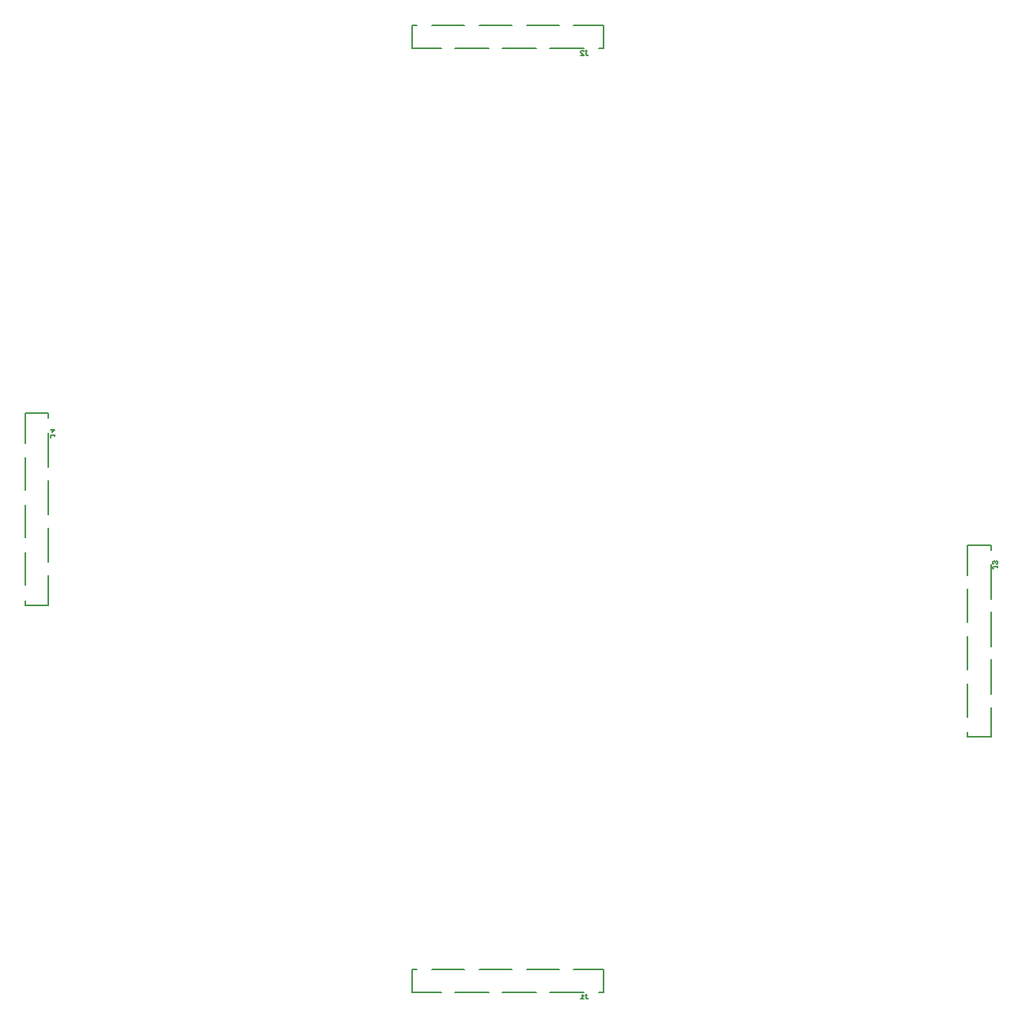
<source format=gbr>
G04 EAGLE Gerber RS-274X export*
G75*
%MOMM*%
%FSLAX34Y34*%
%LPD*%
%INSilkscreen Bottom*%
%IPPOS*%
%AMOC8*
5,1,8,0,0,1.08239X$1,22.5*%
G01*
%ADD10C,0.127000*%


D10*
X702700Y82500D02*
X702700Y107500D01*
X497500Y107500D02*
X497500Y82500D01*
X697500Y82500D02*
X702700Y82500D01*
X529370Y82500D02*
X497500Y82500D01*
X497500Y107500D02*
X502700Y107500D01*
X670830Y107500D02*
X702700Y107500D01*
X681970Y82500D02*
X645230Y82500D01*
X631170Y82500D02*
X594430Y82500D01*
X580370Y82500D02*
X543630Y82500D01*
X620690Y107500D02*
X655710Y107500D01*
X604910Y107500D02*
X569890Y107500D01*
X554110Y107500D02*
X519090Y107500D01*
X686086Y75569D02*
X686891Y76374D01*
X686086Y75569D02*
X685281Y75569D01*
X684476Y76374D01*
X684476Y80399D01*
X685281Y80399D02*
X683671Y80399D01*
X681278Y78789D02*
X679668Y80399D01*
X679668Y75569D01*
X681278Y75569D02*
X678058Y75569D01*
X702700Y1092500D02*
X702700Y1117500D01*
X497500Y1117500D02*
X497500Y1092500D01*
X697500Y1092500D02*
X702700Y1092500D01*
X529370Y1092500D02*
X497500Y1092500D01*
X497500Y1117500D02*
X502700Y1117500D01*
X670830Y1117500D02*
X702700Y1117500D01*
X681970Y1092500D02*
X645230Y1092500D01*
X631170Y1092500D02*
X594430Y1092500D01*
X580370Y1092500D02*
X543630Y1092500D01*
X620690Y1117500D02*
X655710Y1117500D01*
X604910Y1117500D02*
X569890Y1117500D01*
X554110Y1117500D02*
X519090Y1117500D01*
X686086Y1085569D02*
X686891Y1086374D01*
X686086Y1085569D02*
X685281Y1085569D01*
X684476Y1086374D01*
X684476Y1090399D01*
X685281Y1090399D02*
X683671Y1090399D01*
X681278Y1085569D02*
X678058Y1085569D01*
X681278Y1085569D02*
X678058Y1088789D01*
X678058Y1089594D01*
X678863Y1090399D01*
X680473Y1090399D01*
X681278Y1089594D01*
X1092500Y561200D02*
X1117500Y561200D01*
X1117500Y356000D02*
X1092500Y356000D01*
X1117500Y556000D02*
X1117500Y561200D01*
X1117500Y387870D02*
X1117500Y356000D01*
X1092500Y356000D02*
X1092500Y361200D01*
X1092500Y529330D02*
X1092500Y561200D01*
X1117500Y540470D02*
X1117500Y503730D01*
X1117500Y489670D02*
X1117500Y452930D01*
X1117500Y438870D02*
X1117500Y402130D01*
X1092500Y479190D02*
X1092500Y514210D01*
X1092500Y463410D02*
X1092500Y428390D01*
X1092500Y412610D02*
X1092500Y377590D01*
X1120410Y535435D02*
X1119605Y536240D01*
X1119605Y537045D01*
X1120410Y537850D01*
X1124435Y537850D01*
X1124435Y537045D02*
X1124435Y538655D01*
X1123630Y541048D02*
X1124435Y541853D01*
X1124435Y543463D01*
X1123630Y544268D01*
X1122825Y544268D01*
X1122020Y543463D01*
X1122020Y542658D01*
X1122020Y543463D02*
X1121215Y544268D01*
X1120410Y544268D01*
X1119605Y543463D01*
X1119605Y541853D01*
X1120410Y541048D01*
X108500Y702200D02*
X83500Y702200D01*
X83500Y497000D02*
X108500Y497000D01*
X108500Y697000D02*
X108500Y702200D01*
X108500Y528870D02*
X108500Y497000D01*
X83500Y497000D02*
X83500Y502200D01*
X83500Y670330D02*
X83500Y702200D01*
X108500Y681470D02*
X108500Y644730D01*
X108500Y630670D02*
X108500Y593930D01*
X108500Y579870D02*
X108500Y543130D01*
X83500Y620190D02*
X83500Y655210D01*
X83500Y604410D02*
X83500Y569390D01*
X83500Y553610D02*
X83500Y518590D01*
X111410Y676435D02*
X110605Y677240D01*
X110605Y678045D01*
X111410Y678850D01*
X115435Y678850D01*
X115435Y678045D02*
X115435Y679655D01*
X115435Y684463D02*
X110605Y684463D01*
X113020Y682048D02*
X115435Y684463D01*
X113020Y685268D02*
X113020Y682048D01*
M02*

</source>
